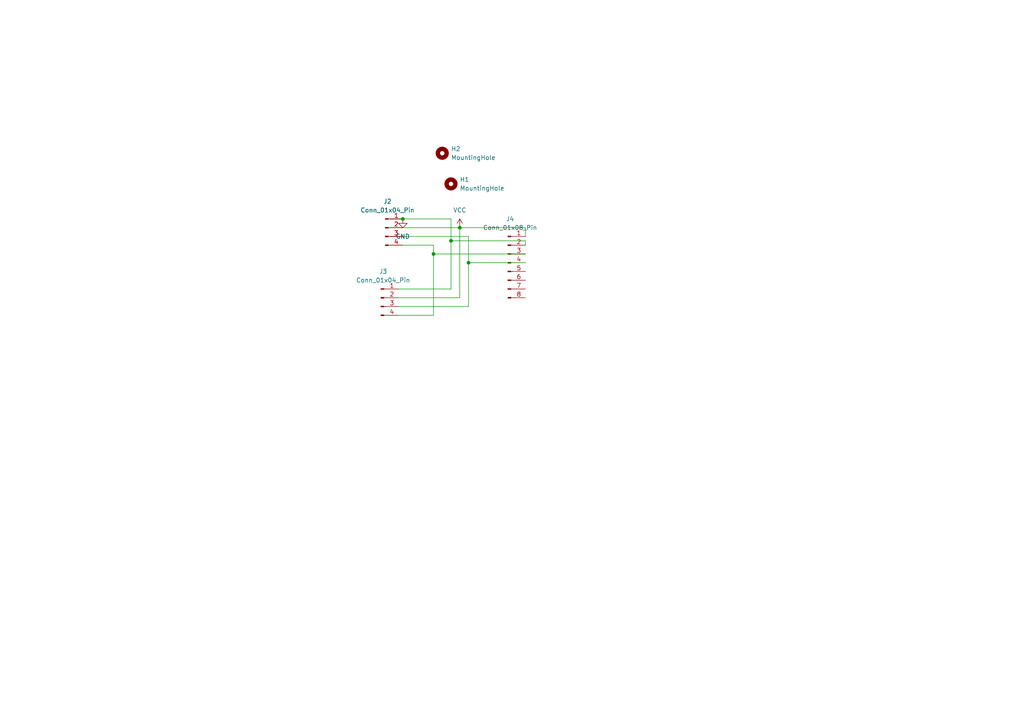
<source format=kicad_sch>
(kicad_sch (version 20250114) (generator "eeschema") (generator_version "9.0")
  (paper "A4")
  (lib_symbols
    (symbol "Connector:Conn_01x04_Pin" (pin_names (offset 1.016) (hide yes))
      (property "Reference" "J" (at 0 5.08 0))
      (property "Value" "Conn_01x04_Pin" (at 0 -7.62 0))
      (symbol "Conn_01x04_Pin_1_1"
        (rectangle (start 0.8636 2.667) (end 0 2.413) (stroke (width 0.1524)) (fill (type outline)))
        (rectangle (start 0.8636 0.127) (end 0 -0.127) (stroke (width 0.1524)) (fill (type outline)))
        (rectangle (start 0.8636 -2.413) (end 0 -2.667) (stroke (width 0.1524)) (fill (type outline)))
        (rectangle (start 0.8636 -4.953) (end 0 -5.207) (stroke (width 0.1524)) (fill (type outline)))
        (polyline (pts (xy 1.27 2.54) (xy 0.8636 2.54)) (stroke (width 0.1524)))
        (polyline (pts (xy 1.27 0) (xy 0.8636 0)) (stroke (width 0.1524)))
        (polyline (pts (xy 1.27 -2.54) (xy 0.8636 -2.54)) (stroke (width 0.1524)))
        (polyline (pts (xy 1.27 -5.08) (xy 0.8636 -5.08)) (stroke (width 0.1524)))
        (pin passive line (at 5.08 2.54 180) (length 3.81) (name "Pin_1") (number "1"))
        (pin passive line (at 5.08 0 180) (length 3.81) (name "Pin_2") (number "2"))
        (pin passive line (at 5.08 -2.54 180) (length 3.81) (name "Pin_3") (number "3"))
        (pin passive line (at 5.08 -5.08 180) (length 3.81) (name "Pin_4") (number "4"))
      )
    )
    (symbol "Connector:Conn_01x08_Pin" (pin_names (offset 1.016) (hide yes))
      (property "Reference" "J" (at 0 10.16 0))
      (property "Value" "Conn_01x08_Pin" (at 0 -12.7 0))
      (symbol "Conn_01x08_Pin_1_1"
        (rectangle (start 0.8636 7.747) (end 0 7.493) (stroke (width 0.1524)) (fill (type outline)))
        (rectangle (start 0.8636 5.207) (end 0 4.953) (stroke (width 0.1524)) (fill (type outline)))
        (rectangle (start 0.8636 2.667) (end 0 2.413) (stroke (width 0.1524)) (fill (type outline)))
        (rectangle (start 0.8636 0.127) (end 0 -0.127) (stroke (width 0.1524)) (fill (type outline)))
        (rectangle (start 0.8636 -2.413) (end 0 -2.667) (stroke (width 0.1524)) (fill (type outline)))
        (rectangle (start 0.8636 -4.953) (end 0 -5.207) (stroke (width 0.1524)) (fill (type outline)))
        (rectangle (start 0.8636 -7.493) (end 0 -7.747) (stroke (width 0.1524)) (fill (type outline)))
        (rectangle (start 0.8636 -10.033) (end 0 -10.287) (stroke (width 0.1524)) (fill (type outline)))
        (polyline (pts (xy 1.27 7.62) (xy 0.8636 7.62)) (stroke (width 0.1524)))
        (polyline (pts (xy 1.27 5.08) (xy 0.8636 5.08)) (stroke (width 0.1524)))
        (polyline (pts (xy 1.27 2.54) (xy 0.8636 2.54)) (stroke (width 0.1524)))
        (polyline (pts (xy 1.27 0) (xy 0.8636 0)) (stroke (width 0.1524)))
        (polyline (pts (xy 1.27 -2.54) (xy 0.8636 -2.54)) (stroke (width 0.1524)))
        (polyline (pts (xy 1.27 -5.08) (xy 0.8636 -5.08)) (stroke (width 0.1524)))
        (polyline (pts (xy 1.27 -7.62) (xy 0.8636 -7.62)) (stroke (width 0.1524)))
        (polyline (pts (xy 1.27 -10.16) (xy 0.8636 -10.16)) (stroke (width 0.1524)))
        (pin passive line (at 5.08 7.62 180) (length 3.81) (name "Pin_1") (number "1"))
        (pin passive line (at 5.08 5.08 180) (length 3.81) (name "Pin_2") (number "2"))
        (pin passive line (at 5.08 2.54 180) (length 3.81) (name "Pin_3") (number "3"))
        (pin passive line (at 5.08 0 180) (length 3.81) (name "Pin_4") (number "4"))
        (pin passive line (at 5.08 -2.54 180) (length 3.81) (name "Pin_5") (number "5"))
        (pin passive line (at 5.08 -5.08 180) (length 3.81) (name "Pin_6") (number "6"))
        (pin passive line (at 5.08 -7.62 180) (length 3.81) (name "Pin_7") (number "7"))
        (pin passive line (at 5.08 -10.16 180) (length 3.81) (name "Pin_8") (number "8"))
      )
    )
    (symbol "Mechanical:MountingHole" (pin_names (offset 1.016)) (in_bom no)
      (property "Reference" "H" (at 0 5.08 0))
      (property "Value" "MountingHole" (at 0 3.175 0))
      (symbol "MountingHole_0_1"
        (circle (center 0 0) (radius 1.27) (stroke (width 1.27)))
      )
    )
    (symbol "power:GND" (power) (pin_numbers (hide yes)) (pin_names (offset 0) (hide yes))
      (property "Value" "GND" (at 0 -3.81 0))
      (symbol "GND_0_1"
        (polyline (pts (xy 0 0) (xy 0 -1.27) (xy 1.27 -1.27) (xy 0 -2.54) (xy -1.27 -1.27) (xy 0 -1.27)))
      )
      (symbol "GND_1_1"
        (pin power_in line (at 0 0 270) (length 0) (name "~") (number "1"))
      )
    )
    (symbol "power:VCC" (power) (pin_numbers (hide yes)) (pin_names (offset 0) (hide yes))
      (property "Value" "VCC" (at 0 3.556 0))
      (symbol "VCC_0_1"
        (polyline (pts (xy -0.762 1.27) (xy 0 2.54)))
        (polyline (pts (xy 0 2.54) (xy 0.762 1.27)))
        (polyline (pts (xy 0 0) (xy 0 2.54)))
      )
      (symbol "VCC_1_1"
        (pin power_in line (at 0 0 90) (length 0) (name "~") (number "1"))
      )
    )
  )
  (junction (at 130.81 69.85))
  (junction (at 135.89 76.2))
  (junction (at 133.35 66.04))
  (junction (at 125.73 73.66))
  (junction (at 116.84 63.5))
  (wire (pts (xy 130.81 63.5) (xy 130.81 69.85)))
  (wire (pts (xy 133.35 66.04) (xy 133.35 86.36)))
  (wire (pts (xy 152.4 69.85) (xy 152.4 71.12)))
  (wire (pts (xy 116.84 63.5) (xy 130.81 63.5)))
  (wire (pts (xy 125.73 71.12) (xy 125.73 73.66)))
  (wire (pts (xy 130.81 69.85) (xy 152.4 69.85)))
  (wire (pts (xy 133.35 66.04) (xy 152.4 66.04)))
  (wire (pts (xy 135.89 68.58) (xy 135.89 76.2)))
  (wire (pts (xy 125.73 73.66) (xy 125.73 91.44)))
  (wire (pts (xy 116.84 71.12) (xy 125.73 71.12)))
  (wire (pts (xy 152.4 68.58) (xy 152.4 66.04)))
  (wire (pts (xy 116.84 68.58) (xy 135.89 68.58)))
  (wire (pts (xy 115.57 86.36) (xy 133.35 86.36)))
  (wire (pts (xy 135.89 88.9) (xy 115.57 88.9)))
  (wire (pts (xy 130.81 69.85) (xy 130.81 83.82)))
  (wire (pts (xy 125.73 73.66) (xy 152.4 73.66)))
  (wire (pts (xy 116.84 66.04) (xy 133.35 66.04)))
  (wire (pts (xy 135.89 76.2) (xy 135.89 88.9)))
  (wire (pts (xy 115.57 83.82) (xy 130.81 83.82)))
  (wire (pts (xy 115.57 91.44) (xy 125.73 91.44)))
  (wire (pts (xy 135.89 76.2) (xy 152.4 76.2)))
  (symbol (lib_id "power:GND") (at 116.84 63.5 0) (unit 1)
    (property "Reference" "#PWR01" (effects (hide yes)))
    (property "Value" "GND" (at 116.84 68.58 0))
    (property "Description" "Power symbol creates a global label with name \"GND\" , ground" (effects (hide yes)))
  )
  (symbol (lib_id "Connector:Conn_01x04_Pin") (at 111.76 66.04 0) (unit 1)
    (property "Reference" "J2" (at 112.395 58.42 0))
    (property "Value" "Conn_01x04_Pin" (at 112.395 60.96 0))
    (property "Footprint" "Connector_JST:JST_SH_SM04B-SRSS-TB_1x04-1MP_P1.00mm_Horizontal" (effects (hide yes)))
    (property "Description" "Generic connector, single row, 01x04, script generated" (effects (hide yes)))
  )
  (symbol (lib_id "Connector:Conn_01x04_Pin") (at 110.49 86.36 0) (unit 1)
    (property "Reference" "J3" (at 111.125 78.74 0))
    (property "Value" "Conn_01x04_Pin" (at 111.125 81.28 0))
    (property "Footprint" "Connector_JST:JST_SH_SM04B-SRSS-TB_1x04-1MP_P1.00mm_Horizontal" (effects (hide yes)))
    (property "Description" "Generic connector, single row, 01x04, script generated" (effects (hide yes)))
  )
  (symbol (lib_id "power:VCC") (at 133.35 66.04 0) (unit 1)
    (property "Reference" "#PWR02" (effects (hide yes)))
    (property "Value" "VCC" (at 133.35 60.96 0))
    (property "Description" "Power symbol creates a global label with name \"VCC\"" (effects (hide yes)))
  )
  (symbol (lib_id "Mechanical:MountingHole") (at 130.81 53.34 0) (unit 1) (in_bom no)
    (property "Reference" "H1" (at 133.35 52.0699 0) (effects (justify left)))
    (property "Value" "MountingHole" (at 133.35 54.6099 0) (effects (justify left)))
    (property "Footprint" "MountingHole:MountingHole_3.2mm_M3" (effects (hide yes)))
    (property "Description" "Mounting Hole without connection" (effects (hide yes)))
  )
  (symbol (lib_id "Connector:Conn_01x08_Pin") (at 147.32 76.2 0) (unit 1)
    (property "Reference" "J4" (at 147.955 63.5 0))
    (property "Value" "Conn_01x08_Pin" (at 147.955 66.04 0))
    (property "Footprint" "Connector_PinHeader_2.54mm:PinHeader_1x08_P2.54mm_Vertical" (effects (hide yes)))
    (property "Description" "Generic connector, single row, 01x08, script generated" (effects (hide yes)))
  )
  (symbol (lib_id "Mechanical:MountingHole") (at 128.27 44.45 0) (unit 1) (in_bom no)
    (property "Reference" "H2" (at 130.81 43.1799 0) (effects (justify left)))
    (property "Value" "MountingHole" (at 130.81 45.7199 0) (effects (justify left)))
    (property "Footprint" "MountingHole:MountingHole_3.2mm_M3" (effects (hide yes)))
    (property "Description" "Mounting Hole without connection" (effects (hide yes)))
  )
)
</source>
